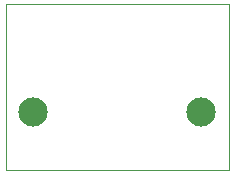
<source format=gbl>
G75*
%MOIN*%
%OFA0B0*%
%FSLAX24Y24*%
%IPPOS*%
%LPD*%
%AMOC8*
5,1,8,0,0,1.08239X$1,22.5*
%
%ADD10C,0.0000*%
%ADD11C,0.0974*%
D10*
X000159Y000130D02*
X000159Y005645D01*
X007598Y005645D01*
X007598Y000130D01*
X000159Y000130D01*
D11*
X001059Y002050D03*
X006689Y002050D03*
M02*

</source>
